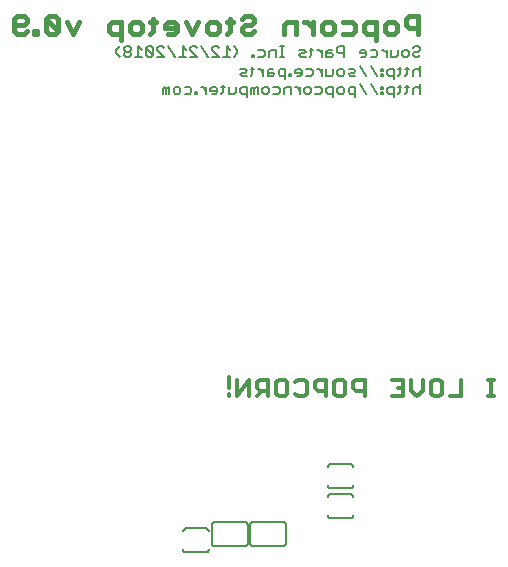
<source format=gbr>
G04 EAGLE Gerber RS-274X export*
G75*
%MOMM*%
%FSLAX34Y34*%
%LPD*%
%INSilkscreen Bottom*%
%IPPOS*%
%AMOC8*
5,1,8,0,0,1.08239X$1,22.5*%
G01*
%ADD10C,0.381000*%
%ADD11C,0.355600*%
%ADD12C,0.152400*%
%ADD13C,0.203200*%


D10*
X407845Y533405D02*
X407845Y548912D01*
X400091Y548912D01*
X397507Y546328D01*
X397507Y541159D01*
X400091Y538574D01*
X407845Y538574D01*
X387486Y533405D02*
X382317Y533405D01*
X379732Y535990D01*
X379732Y541159D01*
X382317Y543743D01*
X387486Y543743D01*
X390070Y541159D01*
X390070Y535990D01*
X387486Y533405D01*
X372295Y528236D02*
X372295Y543743D01*
X364542Y543743D01*
X361957Y541159D01*
X361957Y535990D01*
X364542Y533405D01*
X372295Y533405D01*
X351936Y543743D02*
X344182Y543743D01*
X351936Y543743D02*
X354520Y541159D01*
X354520Y535990D01*
X351936Y533405D01*
X344182Y533405D01*
X334161Y533405D02*
X328992Y533405D01*
X326407Y535990D01*
X326407Y541159D01*
X328992Y543743D01*
X334161Y543743D01*
X336746Y541159D01*
X336746Y535990D01*
X334161Y533405D01*
X318971Y533405D02*
X318971Y543743D01*
X318971Y538574D02*
X313802Y543743D01*
X311217Y543743D01*
X304158Y543743D02*
X304158Y533405D01*
X304158Y543743D02*
X296405Y543743D01*
X293820Y541159D01*
X293820Y533405D01*
X260855Y548912D02*
X258271Y546328D01*
X260855Y548912D02*
X266024Y548912D01*
X268609Y546328D01*
X268609Y543743D01*
X266024Y541159D01*
X260855Y541159D01*
X258271Y538574D01*
X258271Y535990D01*
X260855Y533405D01*
X266024Y533405D01*
X268609Y535990D01*
X248249Y535990D02*
X248249Y546328D01*
X248249Y535990D02*
X245665Y533405D01*
X245665Y543743D02*
X250834Y543743D01*
X236399Y533405D02*
X231230Y533405D01*
X228646Y535990D01*
X228646Y541159D01*
X231230Y543743D01*
X236399Y543743D01*
X238984Y541159D01*
X238984Y535990D01*
X236399Y533405D01*
X221209Y543743D02*
X216040Y533405D01*
X210871Y543743D01*
X200850Y533405D02*
X195681Y533405D01*
X200850Y533405D02*
X203434Y535990D01*
X203434Y541159D01*
X200850Y543743D01*
X195681Y543743D01*
X193096Y541159D01*
X193096Y538574D01*
X203434Y538574D01*
X183075Y535990D02*
X183075Y546328D01*
X183075Y535990D02*
X180490Y533405D01*
X180490Y543743D02*
X185659Y543743D01*
X171225Y533405D02*
X166056Y533405D01*
X163471Y535990D01*
X163471Y541159D01*
X166056Y543743D01*
X171225Y543743D01*
X173810Y541159D01*
X173810Y535990D01*
X171225Y533405D01*
X156035Y528236D02*
X156035Y543743D01*
X148281Y543743D01*
X145697Y541159D01*
X145697Y535990D01*
X148281Y533405D01*
X156035Y533405D01*
X120485Y543743D02*
X115316Y533405D01*
X110147Y543743D01*
X102710Y546328D02*
X102710Y535990D01*
X102710Y546328D02*
X100126Y548912D01*
X94957Y548912D01*
X92372Y546328D01*
X92372Y535990D01*
X94957Y533405D01*
X100126Y533405D01*
X102710Y535990D01*
X92372Y546328D01*
X84935Y535990D02*
X84935Y533405D01*
X84935Y535990D02*
X82351Y535990D01*
X82351Y533405D01*
X84935Y533405D01*
X76048Y535990D02*
X73463Y533405D01*
X68294Y533405D01*
X65710Y535990D01*
X65710Y546328D01*
X68294Y548912D01*
X73463Y548912D01*
X76048Y546328D01*
X76048Y543743D01*
X73463Y541159D01*
X65710Y541159D01*
D11*
X466727Y226778D02*
X471472Y226778D01*
X469099Y226778D02*
X469099Y241014D01*
X466727Y241014D02*
X471472Y241014D01*
X444186Y241014D02*
X444186Y226778D01*
X434695Y226778D01*
X425442Y241014D02*
X420696Y241014D01*
X425442Y241014D02*
X427815Y238641D01*
X427815Y229151D01*
X425442Y226778D01*
X420696Y226778D01*
X418324Y229151D01*
X418324Y238641D01*
X420696Y241014D01*
X411443Y241014D02*
X411443Y231523D01*
X406698Y226778D01*
X401952Y231523D01*
X401952Y241014D01*
X395071Y241014D02*
X385581Y241014D01*
X395071Y241014D02*
X395071Y226778D01*
X385581Y226778D01*
X390326Y233896D02*
X395071Y233896D01*
X362328Y226778D02*
X362328Y241014D01*
X355210Y241014D01*
X352838Y238641D01*
X352838Y233896D01*
X355210Y231523D01*
X362328Y231523D01*
X343584Y241014D02*
X338839Y241014D01*
X343584Y241014D02*
X345957Y238641D01*
X345957Y229151D01*
X343584Y226778D01*
X338839Y226778D01*
X336466Y229151D01*
X336466Y238641D01*
X338839Y241014D01*
X329585Y241014D02*
X329585Y226778D01*
X329585Y241014D02*
X322467Y241014D01*
X320094Y238641D01*
X320094Y233896D01*
X322467Y231523D01*
X329585Y231523D01*
X306096Y241014D02*
X303723Y238641D01*
X306096Y241014D02*
X310841Y241014D01*
X313214Y238641D01*
X313214Y229151D01*
X310841Y226778D01*
X306096Y226778D01*
X303723Y229151D01*
X294469Y241014D02*
X289724Y241014D01*
X294469Y241014D02*
X296842Y238641D01*
X296842Y229151D01*
X294469Y226778D01*
X289724Y226778D01*
X287351Y229151D01*
X287351Y238641D01*
X289724Y241014D01*
X280470Y241014D02*
X280470Y226778D01*
X280470Y241014D02*
X273352Y241014D01*
X270980Y238641D01*
X270980Y233896D01*
X273352Y231523D01*
X280470Y231523D01*
X275725Y231523D02*
X270980Y226778D01*
X264099Y226778D02*
X264099Y241014D01*
X254608Y226778D01*
X254608Y241014D01*
X247727Y229151D02*
X247727Y226778D01*
X247727Y233896D02*
X247727Y243387D01*
D12*
X403226Y521715D02*
X404666Y523155D01*
X407547Y523155D01*
X408988Y521715D01*
X408988Y520274D01*
X407547Y518834D01*
X404666Y518834D01*
X403226Y517393D01*
X403226Y515953D01*
X404666Y514512D01*
X407547Y514512D01*
X408988Y515953D01*
X398192Y514512D02*
X395311Y514512D01*
X393871Y515953D01*
X393871Y518834D01*
X395311Y520274D01*
X398192Y520274D01*
X399633Y518834D01*
X399633Y515953D01*
X398192Y514512D01*
X390278Y515953D02*
X390278Y520274D01*
X390278Y515953D02*
X388837Y514512D01*
X384515Y514512D01*
X384515Y520274D01*
X380922Y520274D02*
X380922Y514512D01*
X380922Y517393D02*
X378041Y520274D01*
X376601Y520274D01*
X371686Y520274D02*
X367364Y520274D01*
X371686Y520274D02*
X373126Y518834D01*
X373126Y515953D01*
X371686Y514512D01*
X367364Y514512D01*
X362331Y514512D02*
X359450Y514512D01*
X362331Y514512D02*
X363771Y515953D01*
X363771Y518834D01*
X362331Y520274D01*
X359450Y520274D01*
X358009Y518834D01*
X358009Y517393D01*
X363771Y517393D01*
X345061Y514512D02*
X345061Y523155D01*
X340739Y523155D01*
X339299Y521715D01*
X339299Y518834D01*
X340739Y517393D01*
X345061Y517393D01*
X334265Y520274D02*
X331384Y520274D01*
X329943Y518834D01*
X329943Y514512D01*
X334265Y514512D01*
X335706Y515953D01*
X334265Y517393D01*
X329943Y517393D01*
X326351Y514512D02*
X326351Y520274D01*
X326351Y517393D02*
X323469Y520274D01*
X322029Y520274D01*
X317114Y521715D02*
X317114Y515953D01*
X315673Y514512D01*
X315673Y520274D02*
X318555Y520274D01*
X312318Y514512D02*
X307996Y514512D01*
X306556Y515953D01*
X307996Y517393D01*
X310877Y517393D01*
X312318Y518834D01*
X310877Y520274D01*
X306556Y520274D01*
X293607Y514512D02*
X290726Y514512D01*
X292167Y514512D02*
X292167Y523155D01*
X293607Y523155D02*
X290726Y523155D01*
X287371Y520274D02*
X287371Y514512D01*
X287371Y520274D02*
X283049Y520274D01*
X281608Y518834D01*
X281608Y514512D01*
X276575Y520274D02*
X272253Y520274D01*
X276575Y520274D02*
X278015Y518834D01*
X278015Y515953D01*
X276575Y514512D01*
X272253Y514512D01*
X268660Y514512D02*
X268660Y515953D01*
X267220Y515953D01*
X267220Y514512D01*
X268660Y514512D01*
X254627Y517393D02*
X251746Y514512D01*
X254627Y517393D02*
X254627Y520274D01*
X251746Y523155D01*
X248391Y520274D02*
X245510Y523155D01*
X245510Y514512D01*
X248391Y514512D02*
X242628Y514512D01*
X239036Y514512D02*
X233273Y514512D01*
X233273Y520274D02*
X239036Y514512D01*
X233273Y520274D02*
X233273Y521715D01*
X234714Y523155D01*
X237595Y523155D01*
X239036Y521715D01*
X229680Y514512D02*
X223918Y523155D01*
X220325Y514512D02*
X214563Y514512D01*
X220325Y514512D02*
X214563Y520274D01*
X214563Y521715D01*
X216003Y523155D01*
X218885Y523155D01*
X220325Y521715D01*
X210970Y520274D02*
X208089Y523155D01*
X208089Y514512D01*
X210970Y514512D02*
X205208Y514512D01*
X201615Y514512D02*
X195853Y523155D01*
X192260Y514512D02*
X186497Y514512D01*
X186497Y520274D02*
X192260Y514512D01*
X186497Y520274D02*
X186497Y521715D01*
X187938Y523155D01*
X190819Y523155D01*
X192260Y521715D01*
X182904Y521715D02*
X182904Y515953D01*
X182904Y521715D02*
X181464Y523155D01*
X178583Y523155D01*
X177142Y521715D01*
X177142Y515953D01*
X178583Y514512D01*
X181464Y514512D01*
X182904Y515953D01*
X177142Y521715D01*
X173549Y520274D02*
X170668Y523155D01*
X170668Y514512D01*
X173549Y514512D02*
X167787Y514512D01*
X164194Y521715D02*
X162753Y523155D01*
X159872Y523155D01*
X158432Y521715D01*
X158432Y520274D01*
X159872Y518834D01*
X158432Y517393D01*
X158432Y515953D01*
X159872Y514512D01*
X162753Y514512D01*
X164194Y515953D01*
X164194Y517393D01*
X162753Y518834D01*
X164194Y520274D01*
X164194Y521715D01*
X162753Y518834D02*
X159872Y518834D01*
X154839Y514512D02*
X151958Y517393D01*
X151958Y520274D01*
X154839Y523155D01*
X408988Y506745D02*
X408988Y498102D01*
X408988Y502424D02*
X407547Y503864D01*
X404666Y503864D01*
X403226Y502424D01*
X403226Y498102D01*
X398192Y499543D02*
X398192Y505305D01*
X398192Y499543D02*
X396752Y498102D01*
X396752Y503864D02*
X399633Y503864D01*
X391955Y505305D02*
X391955Y499543D01*
X390515Y498102D01*
X390515Y503864D02*
X393396Y503864D01*
X387159Y503864D02*
X387159Y495221D01*
X387159Y503864D02*
X382838Y503864D01*
X381397Y502424D01*
X381397Y499543D01*
X382838Y498102D01*
X387159Y498102D01*
X377804Y503864D02*
X376364Y503864D01*
X376364Y502424D01*
X377804Y502424D01*
X377804Y503864D01*
X377804Y499543D02*
X376364Y499543D01*
X376364Y498102D01*
X377804Y498102D01*
X377804Y499543D01*
X373126Y498102D02*
X367364Y506745D01*
X358009Y506745D02*
X363771Y498102D01*
X354416Y498102D02*
X350094Y498102D01*
X348654Y499543D01*
X350094Y500983D01*
X352976Y500983D01*
X354416Y502424D01*
X352976Y503864D01*
X348654Y503864D01*
X343620Y498102D02*
X340739Y498102D01*
X339299Y499543D01*
X339299Y502424D01*
X340739Y503864D01*
X343620Y503864D01*
X345061Y502424D01*
X345061Y499543D01*
X343620Y498102D01*
X335706Y499543D02*
X335706Y503864D01*
X335706Y499543D02*
X334265Y498102D01*
X329943Y498102D01*
X329943Y503864D01*
X326351Y503864D02*
X326351Y498102D01*
X326351Y500983D02*
X323469Y503864D01*
X322029Y503864D01*
X317114Y503864D02*
X312792Y503864D01*
X317114Y503864D02*
X318555Y502424D01*
X318555Y499543D01*
X317114Y498102D01*
X312792Y498102D01*
X307759Y498102D02*
X304878Y498102D01*
X307759Y498102D02*
X309199Y499543D01*
X309199Y502424D01*
X307759Y503864D01*
X304878Y503864D01*
X303437Y502424D01*
X303437Y500983D01*
X309199Y500983D01*
X299844Y499543D02*
X299844Y498102D01*
X299844Y499543D02*
X298404Y499543D01*
X298404Y498102D01*
X299844Y498102D01*
X295167Y495221D02*
X295167Y503864D01*
X290845Y503864D01*
X289404Y502424D01*
X289404Y499543D01*
X290845Y498102D01*
X295167Y498102D01*
X284371Y503864D02*
X281490Y503864D01*
X280049Y502424D01*
X280049Y498102D01*
X284371Y498102D01*
X285811Y499543D01*
X284371Y500983D01*
X280049Y500983D01*
X276456Y498102D02*
X276456Y503864D01*
X276456Y500983D02*
X273575Y503864D01*
X272135Y503864D01*
X267220Y505305D02*
X267220Y499543D01*
X265779Y498102D01*
X265779Y503864D02*
X268660Y503864D01*
X262423Y498102D02*
X258102Y498102D01*
X256661Y499543D01*
X258102Y500983D01*
X260983Y500983D01*
X262423Y502424D01*
X260983Y503864D01*
X256661Y503864D01*
X408988Y491505D02*
X408988Y482862D01*
X408988Y487184D02*
X407547Y488624D01*
X404666Y488624D01*
X403226Y487184D01*
X403226Y482862D01*
X398192Y484303D02*
X398192Y490065D01*
X398192Y484303D02*
X396752Y482862D01*
X396752Y488624D02*
X399633Y488624D01*
X391955Y490065D02*
X391955Y484303D01*
X390515Y482862D01*
X390515Y488624D02*
X393396Y488624D01*
X387159Y488624D02*
X387159Y479981D01*
X387159Y488624D02*
X382838Y488624D01*
X381397Y487184D01*
X381397Y484303D01*
X382838Y482862D01*
X387159Y482862D01*
X377804Y488624D02*
X376364Y488624D01*
X376364Y487184D01*
X377804Y487184D01*
X377804Y488624D01*
X377804Y484303D02*
X376364Y484303D01*
X376364Y482862D01*
X377804Y482862D01*
X377804Y484303D01*
X373126Y482862D02*
X367364Y491505D01*
X358009Y491505D02*
X363771Y482862D01*
X354416Y479981D02*
X354416Y488624D01*
X350094Y488624D01*
X348654Y487184D01*
X348654Y484303D01*
X350094Y482862D01*
X354416Y482862D01*
X343620Y482862D02*
X340739Y482862D01*
X339299Y484303D01*
X339299Y487184D01*
X340739Y488624D01*
X343620Y488624D01*
X345061Y487184D01*
X345061Y484303D01*
X343620Y482862D01*
X335706Y479981D02*
X335706Y488624D01*
X331384Y488624D01*
X329943Y487184D01*
X329943Y484303D01*
X331384Y482862D01*
X335706Y482862D01*
X324910Y488624D02*
X320588Y488624D01*
X324910Y488624D02*
X326351Y487184D01*
X326351Y484303D01*
X324910Y482862D01*
X320588Y482862D01*
X315555Y482862D02*
X312674Y482862D01*
X311233Y484303D01*
X311233Y487184D01*
X312674Y488624D01*
X315555Y488624D01*
X316995Y487184D01*
X316995Y484303D01*
X315555Y482862D01*
X307640Y482862D02*
X307640Y488624D01*
X307640Y485743D02*
X304759Y488624D01*
X303318Y488624D01*
X299844Y488624D02*
X299844Y482862D01*
X299844Y488624D02*
X295523Y488624D01*
X294082Y487184D01*
X294082Y482862D01*
X289048Y488624D02*
X284727Y488624D01*
X289048Y488624D02*
X290489Y487184D01*
X290489Y484303D01*
X289048Y482862D01*
X284727Y482862D01*
X279693Y482862D02*
X276812Y482862D01*
X275372Y484303D01*
X275372Y487184D01*
X276812Y488624D01*
X279693Y488624D01*
X281134Y487184D01*
X281134Y484303D01*
X279693Y482862D01*
X271779Y482862D02*
X271779Y488624D01*
X270338Y488624D01*
X268898Y487184D01*
X268898Y482862D01*
X268898Y487184D02*
X267457Y488624D01*
X266016Y487184D01*
X266016Y482862D01*
X262423Y479981D02*
X262423Y488624D01*
X258102Y488624D01*
X256661Y487184D01*
X256661Y484303D01*
X258102Y482862D01*
X262423Y482862D01*
X253068Y484303D02*
X253068Y488624D01*
X253068Y484303D02*
X251628Y482862D01*
X247306Y482862D01*
X247306Y488624D01*
X242273Y490065D02*
X242273Y484303D01*
X240832Y482862D01*
X240832Y488624D02*
X243713Y488624D01*
X236036Y482862D02*
X233155Y482862D01*
X236036Y482862D02*
X237476Y484303D01*
X237476Y487184D01*
X236036Y488624D01*
X233155Y488624D01*
X231714Y487184D01*
X231714Y485743D01*
X237476Y485743D01*
X228121Y482862D02*
X228121Y488624D01*
X228121Y485743D02*
X225240Y488624D01*
X223799Y488624D01*
X220325Y484303D02*
X220325Y482862D01*
X220325Y484303D02*
X218885Y484303D01*
X218885Y482862D01*
X220325Y482862D01*
X214207Y488624D02*
X209885Y488624D01*
X214207Y488624D02*
X215648Y487184D01*
X215648Y484303D01*
X214207Y482862D01*
X209885Y482862D01*
X204852Y482862D02*
X201971Y482862D01*
X200530Y484303D01*
X200530Y487184D01*
X201971Y488624D01*
X204852Y488624D01*
X206292Y487184D01*
X206292Y484303D01*
X204852Y482862D01*
X196937Y482862D02*
X196937Y488624D01*
X195497Y488624D01*
X194056Y487184D01*
X194056Y482862D01*
X194056Y487184D02*
X192615Y488624D01*
X191175Y487184D01*
X191175Y482862D01*
D13*
X211225Y94840D02*
X227735Y94840D01*
X208685Y112620D02*
X208687Y112720D01*
X208693Y112819D01*
X208703Y112919D01*
X208716Y113017D01*
X208734Y113116D01*
X208755Y113213D01*
X208780Y113309D01*
X208809Y113405D01*
X208842Y113499D01*
X208878Y113592D01*
X208918Y113683D01*
X208962Y113773D01*
X209009Y113861D01*
X209059Y113947D01*
X209113Y114031D01*
X209170Y114113D01*
X209230Y114192D01*
X209294Y114270D01*
X209360Y114344D01*
X209429Y114416D01*
X209501Y114485D01*
X209575Y114551D01*
X209653Y114615D01*
X209732Y114675D01*
X209814Y114732D01*
X209898Y114786D01*
X209984Y114836D01*
X210072Y114883D01*
X210162Y114927D01*
X210253Y114967D01*
X210346Y115003D01*
X210440Y115036D01*
X210536Y115065D01*
X210632Y115090D01*
X210729Y115111D01*
X210828Y115129D01*
X210926Y115142D01*
X211026Y115152D01*
X211125Y115158D01*
X211225Y115160D01*
X227735Y115160D02*
X227835Y115158D01*
X227934Y115152D01*
X228034Y115142D01*
X228132Y115129D01*
X228231Y115111D01*
X228328Y115090D01*
X228424Y115065D01*
X228520Y115036D01*
X228614Y115003D01*
X228707Y114967D01*
X228798Y114927D01*
X228888Y114883D01*
X228976Y114836D01*
X229062Y114786D01*
X229146Y114732D01*
X229228Y114675D01*
X229307Y114615D01*
X229385Y114551D01*
X229459Y114485D01*
X229531Y114416D01*
X229600Y114344D01*
X229666Y114270D01*
X229730Y114192D01*
X229790Y114113D01*
X229847Y114031D01*
X229901Y113947D01*
X229951Y113861D01*
X229998Y113773D01*
X230042Y113683D01*
X230082Y113592D01*
X230118Y113499D01*
X230151Y113405D01*
X230180Y113309D01*
X230205Y113213D01*
X230226Y113116D01*
X230244Y113017D01*
X230257Y112919D01*
X230267Y112819D01*
X230273Y112720D01*
X230275Y112620D01*
X230275Y97380D02*
X230273Y97280D01*
X230267Y97181D01*
X230257Y97081D01*
X230244Y96983D01*
X230226Y96884D01*
X230205Y96787D01*
X230180Y96691D01*
X230151Y96595D01*
X230118Y96501D01*
X230082Y96408D01*
X230042Y96317D01*
X229998Y96227D01*
X229951Y96139D01*
X229901Y96053D01*
X229847Y95969D01*
X229790Y95887D01*
X229730Y95808D01*
X229666Y95730D01*
X229600Y95656D01*
X229531Y95584D01*
X229459Y95515D01*
X229385Y95449D01*
X229307Y95385D01*
X229228Y95325D01*
X229146Y95268D01*
X229062Y95214D01*
X228976Y95164D01*
X228888Y95117D01*
X228798Y95073D01*
X228707Y95033D01*
X228614Y94997D01*
X228520Y94964D01*
X228424Y94935D01*
X228328Y94910D01*
X228231Y94889D01*
X228132Y94871D01*
X228034Y94858D01*
X227934Y94848D01*
X227835Y94842D01*
X227735Y94840D01*
X211225Y94840D02*
X211125Y94842D01*
X211026Y94848D01*
X210926Y94858D01*
X210828Y94871D01*
X210729Y94889D01*
X210632Y94910D01*
X210536Y94935D01*
X210440Y94964D01*
X210346Y94997D01*
X210253Y95033D01*
X210162Y95073D01*
X210072Y95117D01*
X209984Y95164D01*
X209898Y95214D01*
X209814Y95268D01*
X209732Y95325D01*
X209653Y95385D01*
X209575Y95449D01*
X209501Y95515D01*
X209429Y95584D01*
X209360Y95656D01*
X209294Y95730D01*
X209230Y95808D01*
X209170Y95887D01*
X209113Y95969D01*
X209059Y96053D01*
X209009Y96139D01*
X208962Y96227D01*
X208918Y96317D01*
X208878Y96408D01*
X208842Y96501D01*
X208809Y96595D01*
X208780Y96691D01*
X208755Y96787D01*
X208734Y96884D01*
X208716Y96983D01*
X208703Y97081D01*
X208693Y97181D01*
X208687Y97280D01*
X208685Y97380D01*
X211225Y115160D02*
X227735Y115160D01*
X333745Y169510D02*
X350255Y169510D01*
X352795Y151730D02*
X352793Y151630D01*
X352787Y151531D01*
X352777Y151431D01*
X352764Y151333D01*
X352746Y151234D01*
X352725Y151137D01*
X352700Y151041D01*
X352671Y150945D01*
X352638Y150851D01*
X352602Y150758D01*
X352562Y150667D01*
X352518Y150577D01*
X352471Y150489D01*
X352421Y150403D01*
X352367Y150319D01*
X352310Y150237D01*
X352250Y150158D01*
X352186Y150080D01*
X352120Y150006D01*
X352051Y149934D01*
X351979Y149865D01*
X351905Y149799D01*
X351827Y149735D01*
X351748Y149675D01*
X351666Y149618D01*
X351582Y149564D01*
X351496Y149514D01*
X351408Y149467D01*
X351318Y149423D01*
X351227Y149383D01*
X351134Y149347D01*
X351040Y149314D01*
X350944Y149285D01*
X350848Y149260D01*
X350751Y149239D01*
X350652Y149221D01*
X350554Y149208D01*
X350454Y149198D01*
X350355Y149192D01*
X350255Y149190D01*
X333745Y149190D02*
X333645Y149192D01*
X333546Y149198D01*
X333446Y149208D01*
X333348Y149221D01*
X333249Y149239D01*
X333152Y149260D01*
X333056Y149285D01*
X332960Y149314D01*
X332866Y149347D01*
X332773Y149383D01*
X332682Y149423D01*
X332592Y149467D01*
X332504Y149514D01*
X332418Y149564D01*
X332334Y149618D01*
X332252Y149675D01*
X332173Y149735D01*
X332095Y149799D01*
X332021Y149865D01*
X331949Y149934D01*
X331880Y150006D01*
X331814Y150080D01*
X331750Y150158D01*
X331690Y150237D01*
X331633Y150319D01*
X331579Y150403D01*
X331529Y150489D01*
X331482Y150577D01*
X331438Y150667D01*
X331398Y150758D01*
X331362Y150851D01*
X331329Y150945D01*
X331300Y151041D01*
X331275Y151137D01*
X331254Y151234D01*
X331236Y151333D01*
X331223Y151431D01*
X331213Y151531D01*
X331207Y151630D01*
X331205Y151730D01*
X331205Y166970D02*
X331207Y167070D01*
X331213Y167169D01*
X331223Y167269D01*
X331236Y167367D01*
X331254Y167466D01*
X331275Y167563D01*
X331300Y167659D01*
X331329Y167755D01*
X331362Y167849D01*
X331398Y167942D01*
X331438Y168033D01*
X331482Y168123D01*
X331529Y168211D01*
X331579Y168297D01*
X331633Y168381D01*
X331690Y168463D01*
X331750Y168542D01*
X331814Y168620D01*
X331880Y168694D01*
X331949Y168766D01*
X332021Y168835D01*
X332095Y168901D01*
X332173Y168965D01*
X332252Y169025D01*
X332334Y169082D01*
X332418Y169136D01*
X332504Y169186D01*
X332592Y169233D01*
X332682Y169277D01*
X332773Y169317D01*
X332866Y169353D01*
X332960Y169386D01*
X333056Y169415D01*
X333152Y169440D01*
X333249Y169461D01*
X333348Y169479D01*
X333446Y169492D01*
X333546Y169502D01*
X333645Y169508D01*
X333745Y169510D01*
X350255Y169510D02*
X350355Y169508D01*
X350454Y169502D01*
X350554Y169492D01*
X350652Y169479D01*
X350751Y169461D01*
X350848Y169440D01*
X350944Y169415D01*
X351040Y169386D01*
X351134Y169353D01*
X351227Y169317D01*
X351318Y169277D01*
X351408Y169233D01*
X351496Y169186D01*
X351582Y169136D01*
X351666Y169082D01*
X351748Y169025D01*
X351827Y168965D01*
X351905Y168901D01*
X351979Y168835D01*
X352051Y168766D01*
X352120Y168694D01*
X352186Y168620D01*
X352250Y168542D01*
X352310Y168463D01*
X352367Y168381D01*
X352421Y168297D01*
X352471Y168211D01*
X352518Y168123D01*
X352562Y168033D01*
X352602Y167942D01*
X352638Y167849D01*
X352671Y167755D01*
X352700Y167659D01*
X352725Y167563D01*
X352746Y167466D01*
X352764Y167367D01*
X352777Y167269D01*
X352787Y167169D01*
X352793Y167070D01*
X352795Y166970D01*
X350255Y149190D02*
X333745Y149190D01*
X333454Y144221D02*
X349964Y144221D01*
X352504Y126441D02*
X352502Y126341D01*
X352496Y126242D01*
X352486Y126142D01*
X352473Y126044D01*
X352455Y125945D01*
X352434Y125848D01*
X352409Y125752D01*
X352380Y125656D01*
X352347Y125562D01*
X352311Y125469D01*
X352271Y125378D01*
X352227Y125288D01*
X352180Y125200D01*
X352130Y125114D01*
X352076Y125030D01*
X352019Y124948D01*
X351959Y124869D01*
X351895Y124791D01*
X351829Y124717D01*
X351760Y124645D01*
X351688Y124576D01*
X351614Y124510D01*
X351536Y124446D01*
X351457Y124386D01*
X351375Y124329D01*
X351291Y124275D01*
X351205Y124225D01*
X351117Y124178D01*
X351027Y124134D01*
X350936Y124094D01*
X350843Y124058D01*
X350749Y124025D01*
X350653Y123996D01*
X350557Y123971D01*
X350460Y123950D01*
X350361Y123932D01*
X350263Y123919D01*
X350163Y123909D01*
X350064Y123903D01*
X349964Y123901D01*
X333454Y123901D02*
X333354Y123903D01*
X333255Y123909D01*
X333155Y123919D01*
X333057Y123932D01*
X332958Y123950D01*
X332861Y123971D01*
X332765Y123996D01*
X332669Y124025D01*
X332575Y124058D01*
X332482Y124094D01*
X332391Y124134D01*
X332301Y124178D01*
X332213Y124225D01*
X332127Y124275D01*
X332043Y124329D01*
X331961Y124386D01*
X331882Y124446D01*
X331804Y124510D01*
X331730Y124576D01*
X331658Y124645D01*
X331589Y124717D01*
X331523Y124791D01*
X331459Y124869D01*
X331399Y124948D01*
X331342Y125030D01*
X331288Y125114D01*
X331238Y125200D01*
X331191Y125288D01*
X331147Y125378D01*
X331107Y125469D01*
X331071Y125562D01*
X331038Y125656D01*
X331009Y125752D01*
X330984Y125848D01*
X330963Y125945D01*
X330945Y126044D01*
X330932Y126142D01*
X330922Y126242D01*
X330916Y126341D01*
X330914Y126441D01*
X330914Y141681D02*
X330916Y141781D01*
X330922Y141880D01*
X330932Y141980D01*
X330945Y142078D01*
X330963Y142177D01*
X330984Y142274D01*
X331009Y142370D01*
X331038Y142466D01*
X331071Y142560D01*
X331107Y142653D01*
X331147Y142744D01*
X331191Y142834D01*
X331238Y142922D01*
X331288Y143008D01*
X331342Y143092D01*
X331399Y143174D01*
X331459Y143253D01*
X331523Y143331D01*
X331589Y143405D01*
X331658Y143477D01*
X331730Y143546D01*
X331804Y143612D01*
X331882Y143676D01*
X331961Y143736D01*
X332043Y143793D01*
X332127Y143847D01*
X332213Y143897D01*
X332301Y143944D01*
X332391Y143988D01*
X332482Y144028D01*
X332575Y144064D01*
X332669Y144097D01*
X332765Y144126D01*
X332861Y144151D01*
X332958Y144172D01*
X333057Y144190D01*
X333155Y144203D01*
X333255Y144213D01*
X333354Y144219D01*
X333454Y144221D01*
X349964Y144221D02*
X350064Y144219D01*
X350163Y144213D01*
X350263Y144203D01*
X350361Y144190D01*
X350460Y144172D01*
X350557Y144151D01*
X350653Y144126D01*
X350749Y144097D01*
X350843Y144064D01*
X350936Y144028D01*
X351027Y143988D01*
X351117Y143944D01*
X351205Y143897D01*
X351291Y143847D01*
X351375Y143793D01*
X351457Y143736D01*
X351536Y143676D01*
X351614Y143612D01*
X351688Y143546D01*
X351760Y143477D01*
X351829Y143405D01*
X351895Y143331D01*
X351959Y143253D01*
X352019Y143174D01*
X352076Y143092D01*
X352130Y143008D01*
X352180Y142922D01*
X352227Y142834D01*
X352271Y142744D01*
X352311Y142653D01*
X352347Y142560D01*
X352380Y142466D01*
X352409Y142370D01*
X352434Y142274D01*
X352455Y142177D01*
X352473Y142078D01*
X352486Y141980D01*
X352496Y141880D01*
X352502Y141781D01*
X352504Y141681D01*
X349964Y123901D02*
X333454Y123901D01*
D12*
X293200Y120660D02*
X267800Y120660D01*
X293200Y100340D02*
X293300Y100342D01*
X293399Y100348D01*
X293499Y100358D01*
X293597Y100371D01*
X293696Y100389D01*
X293793Y100410D01*
X293889Y100435D01*
X293985Y100464D01*
X294079Y100497D01*
X294172Y100533D01*
X294263Y100573D01*
X294353Y100617D01*
X294441Y100664D01*
X294527Y100714D01*
X294611Y100768D01*
X294693Y100825D01*
X294772Y100885D01*
X294850Y100949D01*
X294924Y101015D01*
X294996Y101084D01*
X295065Y101156D01*
X295131Y101230D01*
X295195Y101308D01*
X295255Y101387D01*
X295312Y101469D01*
X295366Y101553D01*
X295416Y101639D01*
X295463Y101727D01*
X295507Y101817D01*
X295547Y101908D01*
X295583Y102001D01*
X295616Y102095D01*
X295645Y102191D01*
X295670Y102287D01*
X295691Y102384D01*
X295709Y102483D01*
X295722Y102581D01*
X295732Y102681D01*
X295738Y102780D01*
X295740Y102880D01*
X267800Y100340D02*
X267700Y100342D01*
X267601Y100348D01*
X267501Y100358D01*
X267403Y100371D01*
X267304Y100389D01*
X267207Y100410D01*
X267111Y100435D01*
X267015Y100464D01*
X266921Y100497D01*
X266828Y100533D01*
X266737Y100573D01*
X266647Y100617D01*
X266559Y100664D01*
X266473Y100714D01*
X266389Y100768D01*
X266307Y100825D01*
X266228Y100885D01*
X266150Y100949D01*
X266076Y101015D01*
X266004Y101084D01*
X265935Y101156D01*
X265869Y101230D01*
X265805Y101308D01*
X265745Y101387D01*
X265688Y101469D01*
X265634Y101553D01*
X265584Y101639D01*
X265537Y101727D01*
X265493Y101817D01*
X265453Y101908D01*
X265417Y102001D01*
X265384Y102095D01*
X265355Y102191D01*
X265330Y102287D01*
X265309Y102384D01*
X265291Y102483D01*
X265278Y102581D01*
X265268Y102681D01*
X265262Y102780D01*
X265260Y102880D01*
X265260Y118120D02*
X265262Y118220D01*
X265268Y118319D01*
X265278Y118419D01*
X265291Y118517D01*
X265309Y118616D01*
X265330Y118713D01*
X265355Y118809D01*
X265384Y118905D01*
X265417Y118999D01*
X265453Y119092D01*
X265493Y119183D01*
X265537Y119273D01*
X265584Y119361D01*
X265634Y119447D01*
X265688Y119531D01*
X265745Y119613D01*
X265805Y119692D01*
X265869Y119770D01*
X265935Y119844D01*
X266004Y119916D01*
X266076Y119985D01*
X266150Y120051D01*
X266228Y120115D01*
X266307Y120175D01*
X266389Y120232D01*
X266473Y120286D01*
X266559Y120336D01*
X266647Y120383D01*
X266737Y120427D01*
X266828Y120467D01*
X266921Y120503D01*
X267015Y120536D01*
X267111Y120565D01*
X267207Y120590D01*
X267304Y120611D01*
X267403Y120629D01*
X267501Y120642D01*
X267601Y120652D01*
X267700Y120658D01*
X267800Y120660D01*
X293200Y120660D02*
X293300Y120658D01*
X293399Y120652D01*
X293499Y120642D01*
X293597Y120629D01*
X293696Y120611D01*
X293793Y120590D01*
X293889Y120565D01*
X293985Y120536D01*
X294079Y120503D01*
X294172Y120467D01*
X294263Y120427D01*
X294353Y120383D01*
X294441Y120336D01*
X294527Y120286D01*
X294611Y120232D01*
X294693Y120175D01*
X294772Y120115D01*
X294850Y120051D01*
X294924Y119985D01*
X294996Y119916D01*
X295065Y119844D01*
X295131Y119770D01*
X295195Y119692D01*
X295255Y119613D01*
X295312Y119531D01*
X295366Y119447D01*
X295416Y119361D01*
X295463Y119273D01*
X295507Y119183D01*
X295547Y119092D01*
X295583Y118999D01*
X295616Y118905D01*
X295645Y118809D01*
X295670Y118713D01*
X295691Y118616D01*
X295709Y118517D01*
X295722Y118419D01*
X295732Y118319D01*
X295738Y118220D01*
X295740Y118120D01*
X295740Y102880D01*
X265260Y102880D02*
X265260Y118120D01*
X267800Y100340D02*
X293200Y100340D01*
X260700Y100340D02*
X235300Y100340D01*
X232760Y118120D02*
X232762Y118220D01*
X232768Y118319D01*
X232778Y118419D01*
X232791Y118517D01*
X232809Y118616D01*
X232830Y118713D01*
X232855Y118809D01*
X232884Y118905D01*
X232917Y118999D01*
X232953Y119092D01*
X232993Y119183D01*
X233037Y119273D01*
X233084Y119361D01*
X233134Y119447D01*
X233188Y119531D01*
X233245Y119613D01*
X233305Y119692D01*
X233369Y119770D01*
X233435Y119844D01*
X233504Y119916D01*
X233576Y119985D01*
X233650Y120051D01*
X233728Y120115D01*
X233807Y120175D01*
X233889Y120232D01*
X233973Y120286D01*
X234059Y120336D01*
X234147Y120383D01*
X234237Y120427D01*
X234328Y120467D01*
X234421Y120503D01*
X234515Y120536D01*
X234611Y120565D01*
X234707Y120590D01*
X234804Y120611D01*
X234903Y120629D01*
X235001Y120642D01*
X235101Y120652D01*
X235200Y120658D01*
X235300Y120660D01*
X260700Y120660D02*
X260800Y120658D01*
X260899Y120652D01*
X260999Y120642D01*
X261097Y120629D01*
X261196Y120611D01*
X261293Y120590D01*
X261389Y120565D01*
X261485Y120536D01*
X261579Y120503D01*
X261672Y120467D01*
X261763Y120427D01*
X261853Y120383D01*
X261941Y120336D01*
X262027Y120286D01*
X262111Y120232D01*
X262193Y120175D01*
X262272Y120115D01*
X262350Y120051D01*
X262424Y119985D01*
X262496Y119916D01*
X262565Y119844D01*
X262631Y119770D01*
X262695Y119692D01*
X262755Y119613D01*
X262812Y119531D01*
X262866Y119447D01*
X262916Y119361D01*
X262963Y119273D01*
X263007Y119183D01*
X263047Y119092D01*
X263083Y118999D01*
X263116Y118905D01*
X263145Y118809D01*
X263170Y118713D01*
X263191Y118616D01*
X263209Y118517D01*
X263222Y118419D01*
X263232Y118319D01*
X263238Y118220D01*
X263240Y118120D01*
X263240Y102880D02*
X263238Y102780D01*
X263232Y102681D01*
X263222Y102581D01*
X263209Y102483D01*
X263191Y102384D01*
X263170Y102287D01*
X263145Y102191D01*
X263116Y102095D01*
X263083Y102001D01*
X263047Y101908D01*
X263007Y101817D01*
X262963Y101727D01*
X262916Y101639D01*
X262866Y101553D01*
X262812Y101469D01*
X262755Y101387D01*
X262695Y101308D01*
X262631Y101230D01*
X262565Y101156D01*
X262496Y101084D01*
X262424Y101015D01*
X262350Y100949D01*
X262272Y100885D01*
X262193Y100825D01*
X262111Y100768D01*
X262027Y100714D01*
X261941Y100664D01*
X261853Y100617D01*
X261763Y100573D01*
X261672Y100533D01*
X261579Y100497D01*
X261485Y100464D01*
X261389Y100435D01*
X261293Y100410D01*
X261196Y100389D01*
X261097Y100371D01*
X260999Y100358D01*
X260899Y100348D01*
X260800Y100342D01*
X260700Y100340D01*
X235300Y100340D02*
X235200Y100342D01*
X235101Y100348D01*
X235001Y100358D01*
X234903Y100371D01*
X234804Y100389D01*
X234707Y100410D01*
X234611Y100435D01*
X234515Y100464D01*
X234421Y100497D01*
X234328Y100533D01*
X234237Y100573D01*
X234147Y100617D01*
X234059Y100664D01*
X233973Y100714D01*
X233889Y100768D01*
X233807Y100825D01*
X233728Y100885D01*
X233650Y100949D01*
X233576Y101015D01*
X233504Y101084D01*
X233435Y101156D01*
X233369Y101230D01*
X233305Y101308D01*
X233245Y101387D01*
X233188Y101469D01*
X233134Y101553D01*
X233084Y101639D01*
X233037Y101727D01*
X232993Y101817D01*
X232953Y101908D01*
X232917Y102001D01*
X232884Y102095D01*
X232855Y102191D01*
X232830Y102287D01*
X232809Y102384D01*
X232791Y102483D01*
X232778Y102581D01*
X232768Y102681D01*
X232762Y102780D01*
X232760Y102880D01*
X232760Y118120D01*
X263240Y118120D02*
X263240Y102880D01*
X260700Y120660D02*
X235300Y120660D01*
M02*

</source>
